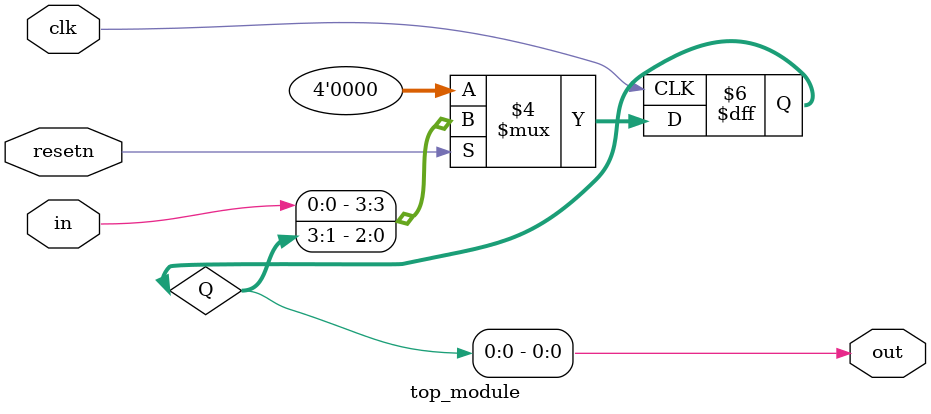
<source format=v>
module top_module (
    input clk,
    input resetn,   // synchronous reset
    input in,
    output out);
    reg [3:0] Q;
    always@(posedge clk) begin
        if(~resetn)
            Q = 0;
        else 
            Q = {in,Q[3:1]};
    end
    assign out = Q[0];
endmodule

</source>
